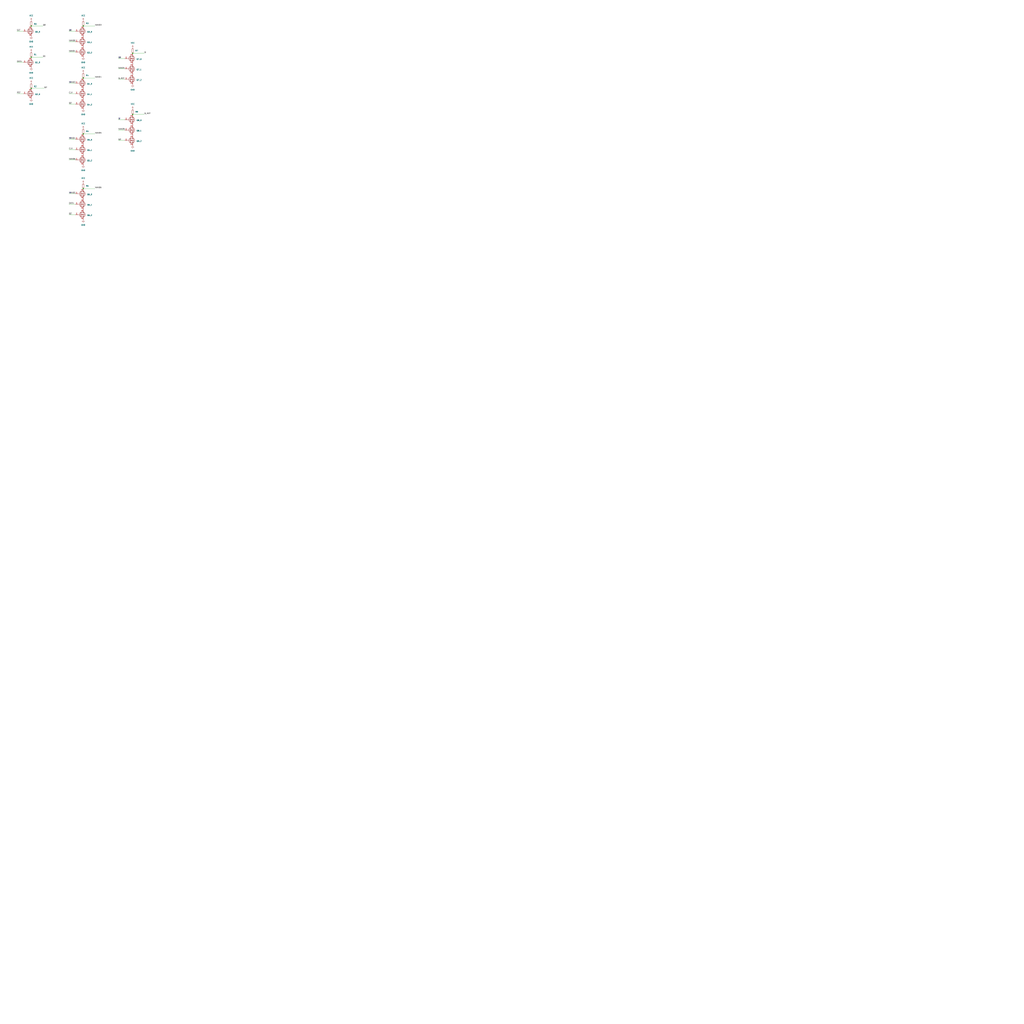
<source format=kicad_sch>
(kicad_sch (version 20230121) (generator eeschema)
  (paper "User" 999.998 999.998)
  (lib_symbols
    (symbol "Device:R_Small" (pin_numbers hide) (pin_names (offset 0.254) hide)
      (property "Reference" "R" (at 0.762 0.508 0))
      (property "Value" "R_Small" (at 0.762 -1.016 0))
      (symbol "R_Small_0_1"
        (rectangle (start -0.762 1.778) (end 0.762 -1.778) (stroke (width 0.2032)))
      )
      (symbol "R_Small_1_1"
        (pin passive line (at 0 2.54 270) (length 0.762) (name "~") (number "1"))
        (pin passive line (at 0 -2.54 90) (length 0.762) (name "~") (number "2"))
      )
    )
    (symbol "Transistor_FET:2N7002" (pin_names hide)
      (property "Reference" "Q" (at 5.08 1.905 0))
      (property "Value" "2N7002" (at 5.08 0 0))
      (symbol "2N7002_0_1"
        (polyline (pts (xy 0.254 0) (xy -2.54 0)))
        (polyline (pts (xy 0.254 1.905) (xy 0.254 -1.905)) (stroke (width 0.254)))
        (polyline (pts (xy 0.762 -1.27) (xy 0.762 -2.286)) (stroke (width 0.254)))
        (polyline (pts (xy 0.762 0.508) (xy 0.762 -0.508)) (stroke (width 0.254)))
        (polyline (pts (xy 0.762 2.286) (xy 0.762 1.27)) (stroke (width 0.254)))
        (polyline (pts (xy 2.54 2.54) (xy 2.54 1.778)))
        (polyline (pts (xy 2.54 -2.54) (xy 2.54 0) (xy 0.762 0)))
        (polyline (pts (xy 0.762 -1.778) (xy 3.302 -1.778) (xy 3.302 1.778) (xy 0.762 1.778)))
        (polyline (pts (xy 1.016 0) (xy 2.032 0.381) (xy 2.032 -0.381) (xy 1.016 0)) (fill (type outline)))
        (polyline (pts (xy 2.794 0.508) (xy 2.921 0.381) (xy 3.683 0.381) (xy 3.81 0.254)))
        (polyline (pts (xy 3.302 0.381) (xy 2.921 -0.254) (xy 3.683 -0.254) (xy 3.302 0.381)))
        (circle (center 1.651 0) (radius 2.794) (stroke (width 0.254)))
        (circle (center 2.54 -1.778) (radius 0.254) (fill (type outline)))
        (circle (center 2.54 1.778) (radius 0.254) (fill (type outline)))
      )
      (symbol "2N7002_1_1"
        (pin input line (at -5.08 0 0) (length 2.54) (name "G") (number "1"))
        (pin passive line (at 2.54 -5.08 90) (length 2.54) (name "S") (number "2"))
        (pin passive line (at 2.54 5.08 270) (length 2.54) (name "D") (number "3"))
      )
    )
    (symbol "power:GND" (power) (pin_names (offset 0))
      (property "Value" "GND" (at 0 -3.81 0))
      (symbol "GND_0_1"
        (polyline (pts (xy 0 0) (xy 0 -1.27) (xy 1.27 -1.27) (xy 0 -2.54) (xy -1.27 -1.27) (xy 0 -1.27)))
      )
      (symbol "GND_1_1"
        (pin power_in line (at 0 0 270) (length 0) hide (name "GND") (number "1"))
      )
    )
    (symbol "power:VCC" (power) (pin_names (offset 0))
      (property "Value" "VCC" (at 0 3.81 0))
      (symbol "VCC_0_1"
        (polyline (pts (xy -0.762 1.27) (xy 0 2.54)))
        (polyline (pts (xy 0 0) (xy 0 2.54)))
        (polyline (pts (xy 0 2.54) (xy 0.762 1.27)))
      )
      (symbol "VCC_1_1"
        (pin power_in line (at 0 0 90) (length 0) hide (name "VCC") (number "1"))
      )
    )
  )
  (junction (at 81.28 130.81))
  (junction (at 129.54 111.76))
  (junction (at 129.54 52.07))
  (junction (at 81.28 25.4))
  (junction (at 30.48 25.4))
  (junction (at 81.28 76.2))
  (junction (at 30.48 55.88))
  (junction (at 81.28 184.15))
  (junction (at 30.48 86.36))
  (no_connect (at 68.58 187.96))
  (no_connect (at 68.58 134.62))
  (no_connect (at 68.58 80.01))
  (no_connect (at 116.84 115.57))
  (no_connect (at 116.84 55.88))
  (no_connect (at 68.58 29.21))
  (wire (pts (xy 67.31 30.48) (xy 73.66 30.48)))
  (wire (pts (xy 16.51 30.48) (xy 22.86 30.48)))
  (wire (pts (xy 140.97 111.76) (xy 129.54 111.76)))
  (wire (pts (xy 67.31 189.23) (xy 73.66 189.23)))
  (wire (pts (xy 115.57 67.31) (xy 121.92 67.31)))
  (wire (pts (xy 67.31 40.64) (xy 73.66 40.64)))
  (wire (pts (xy 16.51 60.96) (xy 22.86 60.96)))
  (wire (pts (xy 92.71 25.4) (xy 81.28 25.4)))
  (wire (pts (xy 67.31 81.28) (xy 73.66 81.28)))
  (wire (pts (xy 67.31 199.39) (xy 73.66 199.39)))
  (wire (pts (xy 115.57 127) (xy 121.92 127)))
  (wire (pts (xy 92.71 184.15) (xy 81.28 184.15)))
  (wire (pts (xy 67.31 146.05) (xy 73.66 146.05)))
  (wire (pts (xy 115.57 57.15) (xy 121.92 57.15)))
  (wire (pts (xy 115.57 137.16) (xy 121.92 137.16)))
  (wire (pts (xy 140.97 52.07) (xy 129.54 52.07)))
  (wire (pts (xy 67.31 50.8) (xy 73.66 50.8)))
  (wire (pts (xy 41.91 25.4) (xy 30.48 25.4)))
  (wire (pts (xy 115.57 77.47) (xy 121.92 77.47)))
  (wire (pts (xy 41.91 55.88) (xy 30.48 55.88)))
  (wire (pts (xy 67.31 135.89) (xy 73.66 135.89)))
  (wire (pts (xy 16.51 91.44) (xy 22.86 91.44)))
  (wire (pts (xy 67.31 209.55) (xy 73.66 209.55)))
  (wire (pts (xy 92.71 130.81) (xy 81.28 130.81)))
  (wire (pts (xy 115.57 116.84) (xy 121.92 116.84)))
  (wire (pts (xy 67.31 156.21) (xy 73.66 156.21)))
  (wire (pts (xy 92.71 76.2) (xy 81.28 76.2)))
  (wire (pts (xy 30.48 86.36) (xy 43.18 86.36)))
  (wire (pts (xy 67.31 101.6) (xy 73.66 101.6)))
  (wire (pts (xy 67.31 91.44) (xy 73.66 91.44)))
  (label "NAND3" (at 92.71 25.4 0))
  (label "Q_NOT" (at 140.97 111.76 0))
  (label "Q" (at 140.97 52.07 0))
  (label "DATA" (at 67.31 199.39 0))
  (label "CLK" (at 67.31 91.44 0))
  (label "SET" (at 16.51 30.48 0))
  (label "Q" (at 115.57 116.84 0))
  (label "NAND5" (at 92.71 130.81 0))
  (label "RST" (at 16.51 91.44 0))
  (label "Q2" (at 43.18 86.36 0))
  (label "NAND4" (at 115.57 67.31 0))
  (label "NAND5" (at 115.57 127 0))
  (label "Q2" (at 67.31 209.55 0))
  (label "NAND3" (at 67.31 81.28 0))
  (label "Q1" (at 41.91 55.88 0))
  (label "NAND6" (at 92.71 184.15 0))
  (label "Q0" (at 115.57 57.15 0))
  (label "DATA" (at 16.51 60.96 0))
  (label "Q2" (at 67.31 101.6 0))
  (label "Q2" (at 115.57 137.16 0))
  (label "NAND4" (at 67.31 50.8 0))
  (label "NAND6" (at 67.31 156.21 0))
  (label "NAND4" (at 67.31 135.89 0))
  (label "Q0" (at 67.31 30.48 0))
  (label "CLK" (at 67.31 146.05 0))
  (label "Q0" (at 41.91 25.4 0))
  (label "NAND6" (at 67.31 40.64 0))
  (label "NAND5" (at 67.31 189.23 0))
  (label "Q_NOT" (at 115.57 77.47 0))
  (label "NAND4" (at 92.71 76.2 0))
  (symbol (lib_id "power:GND") (at 30.48 66.04 0) (unit 1)
    (property "Reference" "#PWR?" (effects hide))
    (property "Value" "GND" (at 30.48 71.12 0))
  )
  (symbol (lib_id "power:VCC") (at 81.28 20.32 0) (unit 1)
    (property "Reference" "#PWR01" (effects hide))
    (property "Value" "VCC" (at 81.28 15.24 0))
  )
  (symbol (lib_id "power:VCC") (at 30.48 20.32 0) (unit 1)
    (property "Reference" "#PWR?" (effects hide))
    (property "Value" "VCC" (at 30.48 15.24 0))
  )
  (symbol (lib_id "Transistor_FET:2N7002") (at 78.74 146.05 0) (unit 1)
    (property "Reference" "Q5_1" (at 85.09 146.685 0) (effects (justify left)))
    (property "Value" "2N7002" (effects hide))
    (property "Footprint" "Package_TO_SOT_SMD:SOT-23" (effects hide))
    (property "Datasheet" "https://www.onsemi.com/pub/Collateral/NDS7002A-D.PDF" (effects hide))
  )
  (symbol (lib_id "power:GND") (at 81.28 161.29 0) (unit 1)
    (property "Reference" "#PWR05" (effects hide))
    (property "Value" "GND" (at 81.28 166.37 0))
  )
  (symbol (lib_id "Transistor_FET:2N7002") (at 78.74 101.6 0) (unit 1)
    (property "Reference" "Q4_2" (at 85.09 102.235 0) (effects (justify left)))
    (property "Value" "2N7002" (effects hide))
    (property "Footprint" "Package_TO_SOT_SMD:SOT-23" (effects hide))
    (property "Datasheet" "https://www.onsemi.com/pub/Collateral/NDS7002A-D.PDF" (effects hide))
  )
  (symbol (lib_id "Transistor_FET:2N7002") (at 78.74 81.28 0) (unit 1)
    (property "Reference" "Q4_0" (at 85.09 81.915 0) (effects (justify left)))
    (property "Value" "2N7002" (effects hide))
    (property "Footprint" "Package_TO_SOT_SMD:SOT-23" (effects hide))
    (property "Datasheet" "https://www.onsemi.com/pub/Collateral/NDS7002A-D.PDF" (effects hide))
  )
  (symbol (lib_id "power:VCC") (at 129.54 106.68 0) (unit 1)
    (property "Reference" "#PWR010" (effects hide))
    (property "Value" "VCC" (at 129.54 101.6 0))
  )
  (symbol (lib_id "Transistor_FET:2N7002") (at 27.94 30.48 0) (unit 1)
    (property "Reference" "Q0_0" (at 34.29 31.115 0) (effects (justify left)))
    (property "Value" "2N7002" (effects hide))
    (property "Footprint" "Package_TO_SOT_SMD:SOT-23" (effects hide))
    (property "Datasheet" "https://www.onsemi.com/pub/Collateral/NDS7002A-D.PDF" (effects hide))
  )
  (symbol (lib_id "Transistor_FET:2N7002") (at 127 116.84 0) (unit 1)
    (property "Reference" "Q8_0" (at 133.35 117.475 0) (effects (justify left)))
    (property "Value" "2N7002" (effects hide))
    (property "Footprint" "Package_TO_SOT_SMD:SOT-23" (effects hide))
    (property "Datasheet" "https://www.onsemi.com/pub/Collateral/NDS7002A-D.PDF" (effects hide))
  )
  (symbol (lib_id "Device:R_Small") (at 129.54 49.53 0) (unit 1)
    (property "Reference" "R7" (at 132.08 49.5299 0) (effects (justify left)))
    (property "Value" "R_Small" (effects hide))
    (property "Footprint" "Resistor_SMD:R_0402_1005Metric" (effects hide))
  )
  (symbol (lib_id "Device:R_Small") (at 81.28 22.86 0) (unit 1)
    (property "Reference" "R3" (at 83.82 22.8599 0) (effects (justify left)))
    (property "Value" "R_Small" (effects hide))
    (property "Footprint" "Resistor_SMD:R_0402_1005Metric" (effects hide))
  )
  (symbol (lib_id "Transistor_FET:2N7002") (at 78.74 50.8 0) (unit 1)
    (property "Reference" "Q3_2" (at 85.09 51.435 0) (effects (justify left)))
    (property "Value" "2N7002" (effects hide))
    (property "Footprint" "Package_TO_SOT_SMD:SOT-23" (effects hide))
    (property "Datasheet" "https://www.onsemi.com/pub/Collateral/NDS7002A-D.PDF" (effects hide))
  )
  (symbol (lib_id "Transistor_FET:2N7002") (at 78.74 189.23 0) (unit 1)
    (property "Reference" "Q6_0" (at 85.09 189.865 0) (effects (justify left)))
    (property "Value" "2N7002" (effects hide))
    (property "Footprint" "Package_TO_SOT_SMD:SOT-23" (effects hide))
    (property "Datasheet" "https://www.onsemi.com/pub/Collateral/NDS7002A-D.PDF" (effects hide))
  )
  (symbol (lib_id "power:VCC") (at 129.54 46.99 0) (unit 1)
    (property "Reference" "#PWR08" (effects hide))
    (property "Value" "VCC" (at 129.54 41.91 0))
  )
  (symbol (lib_id "power:VCC") (at 81.28 71.12 0) (unit 1)
    (property "Reference" "#PWR02" (effects hide))
    (property "Value" "VCC" (at 81.28 66.04 0))
  )
  (symbol (lib_id "Transistor_FET:2N7002") (at 127 127 0) (unit 1)
    (property "Reference" "Q8_1" (at 133.35 127.635 0) (effects (justify left)))
    (property "Value" "2N7002" (effects hide))
    (property "Footprint" "Package_TO_SOT_SMD:SOT-23" (effects hide))
    (property "Datasheet" "https://www.onsemi.com/pub/Collateral/NDS7002A-D.PDF" (effects hide))
  )
  (symbol (lib_id "Device:R_Small") (at 30.48 22.86 0) (unit 1)
    (property "Reference" "R0" (at 33.02 23.495 0) (effects (justify left)))
    (property "Value" "R_Small" (effects hide))
    (property "Footprint" "Resistor_SMD:R_0402_1005Metric" (effects hide))
  )
  (symbol (lib_id "Transistor_FET:2N7002") (at 27.94 91.44 0) (unit 1)
    (property "Reference" "Q2_0" (at 34.29 92.075 0) (effects (justify left)))
    (property "Value" "2N7002" (effects hide))
    (property "Footprint" "Package_TO_SOT_SMD:SOT-23" (effects hide))
    (property "Datasheet" "https://www.onsemi.com/pub/Collateral/NDS7002A-D.PDF" (effects hide))
  )
  (symbol (lib_id "power:VCC") (at 81.28 179.07 0) (unit 1)
    (property "Reference" "#PWR06" (effects hide))
    (property "Value" "VCC" (at 81.28 173.99 0))
  )
  (symbol (lib_id "Device:R_Small") (at 129.54 109.22 0) (unit 1)
    (property "Reference" "R8" (at 132.08 109.2199 0) (effects (justify left)))
    (property "Value" "R_Small" (effects hide))
    (property "Footprint" "Resistor_SMD:R_0402_1005Metric" (effects hide))
  )
  (symbol (lib_id "power:GND") (at 81.28 214.63 0) (unit 1)
    (property "Reference" "#PWR07" (effects hide))
    (property "Value" "GND" (at 81.28 219.71 0))
  )
  (symbol (lib_id "power:GND") (at 129.54 82.55 0) (unit 1)
    (property "Reference" "#PWR09" (effects hide))
    (property "Value" "GND" (at 129.54 87.63 0))
  )
  (symbol (lib_id "Device:R_Small") (at 81.28 73.66 0) (unit 1)
    (property "Reference" "R4" (at 83.82 73.6599 0) (effects (justify left)))
    (property "Value" "R_Small" (effects hide))
    (property "Footprint" "Resistor_SMD:R_0402_1005Metric" (effects hide))
  )
  (symbol (lib_id "power:GND") (at 30.48 35.56 0) (unit 1)
    (property "Reference" "#PWR?" (effects hide))
    (property "Value" "GND" (at 30.48 40.64 0))
  )
  (symbol (lib_id "power:GND") (at 129.54 142.24 0) (unit 1)
    (property "Reference" "#PWR011" (effects hide))
    (property "Value" "GND" (at 129.54 147.32 0))
  )
  (symbol (lib_id "Transistor_FET:2N7002") (at 78.74 199.39 0) (unit 1)
    (property "Reference" "Q6_1" (at 85.09 200.025 0) (effects (justify left)))
    (property "Value" "2N7002" (effects hide))
    (property "Footprint" "Package_TO_SOT_SMD:SOT-23" (effects hide))
    (property "Datasheet" "https://www.onsemi.com/pub/Collateral/NDS7002A-D.PDF" (effects hide))
  )
  (symbol (lib_id "Transistor_FET:2N7002") (at 27.94 60.96 0) (unit 1)
    (property "Reference" "Q1_0" (at 34.29 60.9599 0) (effects (justify left)))
    (property "Value" "2N7002" (effects hide))
    (property "Footprint" "Package_TO_SOT_SMD:SOT-23" (effects hide))
    (property "Datasheet" "https://www.onsemi.com/pub/Collateral/NDS7002A-D.PDF" (effects hide))
  )
  (symbol (lib_id "Device:R_Small") (at 81.28 181.61 0) (unit 1)
    (property "Reference" "R6" (at 83.82 181.6099 0) (effects (justify left)))
    (property "Value" "R_Small" (effects hide))
    (property "Footprint" "Resistor_SMD:R_0402_1005Metric" (effects hide))
  )
  (symbol (lib_id "Transistor_FET:2N7002") (at 78.74 91.44 0) (unit 1)
    (property "Reference" "Q4_1" (at 85.09 92.075 0) (effects (justify left)))
    (property "Value" "2N7002" (effects hide))
    (property "Footprint" "Package_TO_SOT_SMD:SOT-23" (effects hide))
    (property "Datasheet" "https://www.onsemi.com/pub/Collateral/NDS7002A-D.PDF" (effects hide))
  )
  (symbol (lib_id "Device:R_Small") (at 30.48 83.82 0) (unit 1)
    (property "Reference" "R2" (at 33.02 84.455 0) (effects (justify left)))
    (property "Value" "R_Small" (effects hide))
    (property "Footprint" "Resistor_SMD:R_0402_1005Metric" (effects hide))
  )
  (symbol (lib_id "Transistor_FET:2N7002") (at 127 57.15 0) (unit 1)
    (property "Reference" "Q7_0" (at 133.35 57.785 0) (effects (justify left)))
    (property "Value" "2N7002" (effects hide))
    (property "Footprint" "Package_TO_SOT_SMD:SOT-23" (effects hide))
    (property "Datasheet" "https://www.onsemi.com/pub/Collateral/NDS7002A-D.PDF" (effects hide))
  )
  (symbol (lib_id "Transistor_FET:2N7002") (at 127 137.16 0) (unit 1)
    (property "Reference" "Q9_2" (at 133.35 137.795 0) (effects (justify left)))
    (property "Value" "2N7002" (effects hide))
    (property "Footprint" "Package_TO_SOT_SMD:SOT-23" (effects hide))
    (property "Datasheet" "https://www.onsemi.com/pub/Collateral/NDS7002A-D.PDF" (effects hide))
  )
  (symbol (lib_id "power:VCC") (at 30.48 81.28 0) (unit 1)
    (property "Reference" "#PWR?" (effects hide))
    (property "Value" "VCC" (at 30.48 76.2 0))
  )
  (symbol (lib_id "Transistor_FET:2N7002") (at 127 67.31 0) (unit 1)
    (property "Reference" "Q7_1" (at 133.35 67.945 0) (effects (justify left)))
    (property "Value" "2N7002" (effects hide))
    (property "Footprint" "Package_TO_SOT_SMD:SOT-23" (effects hide))
    (property "Datasheet" "https://www.onsemi.com/pub/Collateral/NDS7002A-D.PDF" (effects hide))
  )
  (symbol (lib_id "power:VCC") (at 81.28 125.73 0) (unit 1)
    (property "Reference" "#PWR04" (effects hide))
    (property "Value" "VCC" (at 81.28 120.65 0))
  )
  (symbol (lib_id "Transistor_FET:2N7002") (at 78.74 30.48 0) (unit 1)
    (property "Reference" "Q3_0" (at 85.09 31.115 0) (effects (justify left)))
    (property "Value" "2N7002" (effects hide))
    (property "Footprint" "Package_TO_SOT_SMD:SOT-23" (effects hide))
    (property "Datasheet" "https://www.onsemi.com/pub/Collateral/NDS7002A-D.PDF" (effects hide))
  )
  (symbol (lib_id "Transistor_FET:2N7002") (at 127 77.47 0) (unit 1)
    (property "Reference" "Q7_2" (at 133.35 78.105 0) (effects (justify left)))
    (property "Value" "2N7002" (effects hide))
    (property "Footprint" "Package_TO_SOT_SMD:SOT-23" (effects hide))
    (property "Datasheet" "https://www.onsemi.com/pub/Collateral/NDS7002A-D.PDF" (effects hide))
  )
  (symbol (lib_id "power:GND") (at 30.48 96.52 0) (unit 1)
    (property "Reference" "#PWR?" (effects hide))
    (property "Value" "GND" (at 30.48 101.6 0))
  )
  (symbol (lib_id "Transistor_FET:2N7002") (at 78.74 209.55 0) (unit 1)
    (property "Reference" "Q6_2" (at 85.09 210.185 0) (effects (justify left)))
    (property "Value" "2N7002" (effects hide))
    (property "Footprint" "Package_TO_SOT_SMD:SOT-23" (effects hide))
    (property "Datasheet" "https://www.onsemi.com/pub/Collateral/NDS7002A-D.PDF" (effects hide))
  )
  (symbol (lib_id "Transistor_FET:2N7002") (at 78.74 40.64 0) (unit 1)
    (property "Reference" "Q3_1" (at 85.09 41.275 0) (effects (justify left)))
    (property "Value" "2N7002" (effects hide))
    (property "Footprint" "Package_TO_SOT_SMD:SOT-23" (effects hide))
    (property "Datasheet" "https://www.onsemi.com/pub/Collateral/NDS7002A-D.PDF" (effects hide))
  )
  (symbol (lib_id "power:GND") (at 81.28 55.88 0) (unit 1)
    (property "Reference" "#PWR00" (effects hide))
    (property "Value" "GND" (at 81.28 60.96 0))
  )
  (symbol (lib_id "Transistor_FET:2N7002") (at 78.74 156.21 0) (unit 1)
    (property "Reference" "Q5_2" (at 85.09 156.845 0) (effects (justify left)))
    (property "Value" "2N7002" (effects hide))
    (property "Footprint" "Package_TO_SOT_SMD:SOT-23" (effects hide))
    (property "Datasheet" "https://www.onsemi.com/pub/Collateral/NDS7002A-D.PDF" (effects hide))
  )
  (symbol (lib_id "Device:R_Small") (at 81.28 128.27 0) (unit 1)
    (property "Reference" "R5" (at 83.82 128.2699 0) (effects (justify left)))
    (property "Value" "R_Small" (effects hide))
    (property "Footprint" "Resistor_SMD:R_0402_1005Metric" (effects hide))
  )
  (symbol (lib_id "power:GND") (at 81.28 106.68 0) (unit 1)
    (property "Reference" "#PWR03" (effects hide))
    (property "Value" "GND" (at 81.28 111.76 0))
  )
  (symbol (lib_id "Transistor_FET:2N7002") (at 78.74 135.89 0) (unit 1)
    (property "Reference" "Q5_0" (at 85.09 136.525 0) (effects (justify left)))
    (property "Value" "2N7002" (effects hide))
    (property "Footprint" "Package_TO_SOT_SMD:SOT-23" (effects hide))
    (property "Datasheet" "https://www.onsemi.com/pub/Collateral/NDS7002A-D.PDF" (effects hide))
  )
  (symbol (lib_id "power:VCC") (at 30.48 50.8 0) (unit 1)
    (property "Reference" "#PWR?" (effects hide))
    (property "Value" "VCC" (at 30.48 45.72 0))
  )
  (symbol (lib_id "Device:R_Small") (at 30.48 53.34 0) (unit 1)
    (property "Reference" "R1" (at 33.02 53.3399 0) (effects (justify left)))
    (property "Value" "R_Small" (effects hide))
    (property "Footprint" "Resistor_SMD:R_0402_1005Metric" (effects hide))
  )
)
</source>
